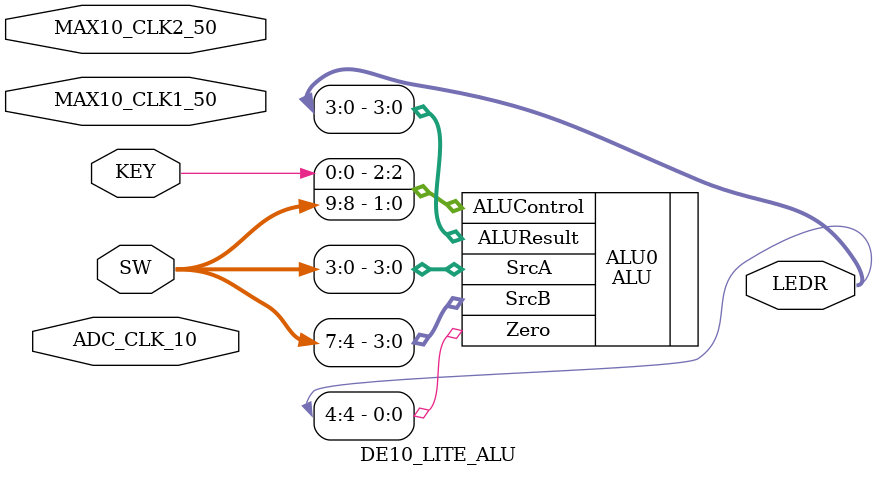
<source format=v>


module DE10_LITE_ALU(

	//////////// CLOCK //////////
	input 		          		ADC_CLK_10,
	input 		          		MAX10_CLK1_50,
	input 		          		MAX10_CLK2_50,

	//////////// KEY //////////
	input 		     [1:0]		KEY,

	//////////// LED //////////
	output		     [9:0]		LEDR,

	//////////// SW //////////
	input 		     [9:0]		SW
);



//=======================================================
//  REG/WIRE declarations
//=======================================================




//=======================================================
//  Structural coding
//=======================================================


ALU #(
.WIDTH (4))
ALU0 ( .SrcA (SW[3:0]),
.SrcB (SW[7:4]),
.ALUControl ({KEY[0],SW[9:8]}),
.ALUResult (LEDR[3:0]),
.Zero(LEDR[4]));


endmodule

</source>
